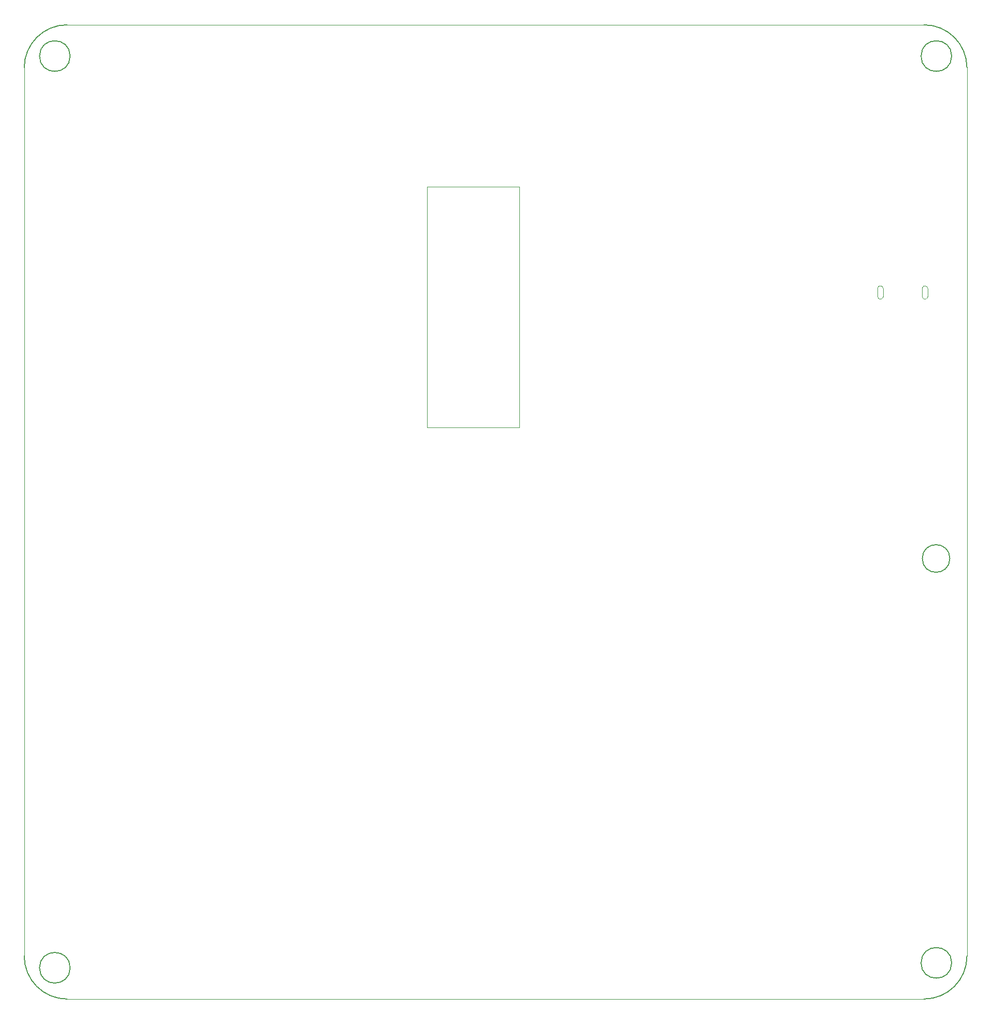
<source format=gko>
G75*
G70*
%OFA0B0*%
%FSLAX25Y25*%
%IPPOS*%
%LPD*%
%AMOC8*
5,1,8,0,0,1.08239X$1,22.5*
%
%ADD10C,0.00394*%
%ADD117C,0.00472*%
%ADD362C,0.00079*%
%ADD94C,0.00787*%
X0000000Y0000000D02*
%LPD*%
G01*
D94*
X0000000Y0598425D02*
G75*
G02*
X0027559Y0625984I0027559J0000000D01*
G01*
X0578740Y0625984D02*
G75*
G02*
X0606299Y0598425I0000000J-027559D01*
G01*
D10*
X0606299Y0027559D02*
X0606299Y0598425D01*
X0000000Y0598425D02*
X0000000Y0027559D01*
D94*
X0596457Y0605906D02*
G75*
G02*
X0576772Y0605906I-009843J0000000D01*
G01*
X0576772Y0605906D02*
G75*
G02*
X0596457Y0605906I0009843J0000000D01*
G01*
X0029528Y0020079D02*
G75*
G02*
X0009843Y0020079I-009843J0000000D01*
G01*
X0009843Y0020079D02*
G75*
G02*
X0029528Y0020079I0009843J0000000D01*
G01*
D10*
X0027559Y0000000D02*
X0578740Y0000000D01*
D94*
X0606299Y0027559D02*
G75*
G02*
X0578740Y0000000I-027559J0000000D01*
G01*
X0595279Y0283071D02*
G75*
G02*
X0577562Y0283071I-008858J0000000D01*
G01*
X0577562Y0283071D02*
G75*
G02*
X0595279Y0283071I0008858J0000000D01*
G01*
X0029528Y0605906D02*
G75*
G02*
X0009843Y0605906I-009843J0000000D01*
G01*
X0009843Y0605906D02*
G75*
G02*
X0029528Y0605906I0009843J0000000D01*
G01*
X0596457Y0023228D02*
G75*
G02*
X0576772Y0023228I-009843J0000000D01*
G01*
X0576772Y0023228D02*
G75*
G02*
X0596457Y0023228I0009843J0000000D01*
G01*
X0027559Y0000000D02*
G75*
G02*
X0000000Y0027559I0000000J0027559D01*
G01*
D10*
X0578740Y0625984D02*
X0027559Y0625984D01*
D117*
X0548860Y0451408D02*
X0548860Y0456839D01*
X0552355Y0456581D02*
X0552355Y0451149D01*
X0577579Y0451383D02*
X0577579Y0456815D01*
X0581074Y0456557D02*
X0581074Y0451125D01*
X0548860Y0456839D02*
G75*
G02*
X0552355Y0456581I0001736J-000288D01*
G01*
X0552355Y0451149D02*
G75*
G02*
X0548860Y0451408I-001736J0000288D01*
G01*
X0577579Y0456815D02*
G75*
G02*
X0581074Y0456557I0001736J-000288D01*
G01*
X0581074Y0451125D02*
G75*
G02*
X0577579Y0451383I-001736J0000288D01*
G01*
X0456447Y0297579D02*
G01*
G75*
X0495674Y0132764D02*
G01*
G75*
X0456963Y0230173D02*
G01*
G75*
X0283636Y0016614D02*
G01*
G75*
X0227230Y0286050D02*
G01*
G75*
X0330026Y0241556D02*
G01*
G75*
X0225705Y0040135D02*
G01*
G75*
X0228677Y0411712D02*
G01*
G75*
X0422880Y0354011D02*
G01*
G75*
X0118358Y0414722D02*
G01*
G75*
X0085581Y0227165D02*
G01*
G75*
X0318406Y0367126D02*
%LPD*%
G01*
D362*
X0318406Y0367126D02*
X0318406Y0522047D01*
X0318406Y0522047D02*
X0258957Y0522047D01*
X0258957Y0522047D02*
X0258957Y0367126D01*
X0258957Y0367126D02*
X0318406Y0367126D01*
X0436982Y0078065D02*
G01*
G75*
M02*

</source>
